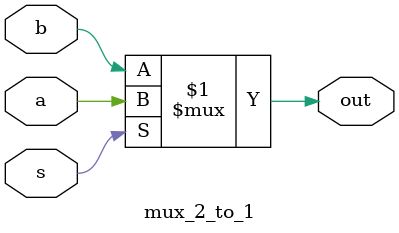
<source format=v>
module mux_2_to_1(
	input a,
	input b,
	input s,
	output out
	);
	
	assign out = s ? a : b;

endmodule
</source>
